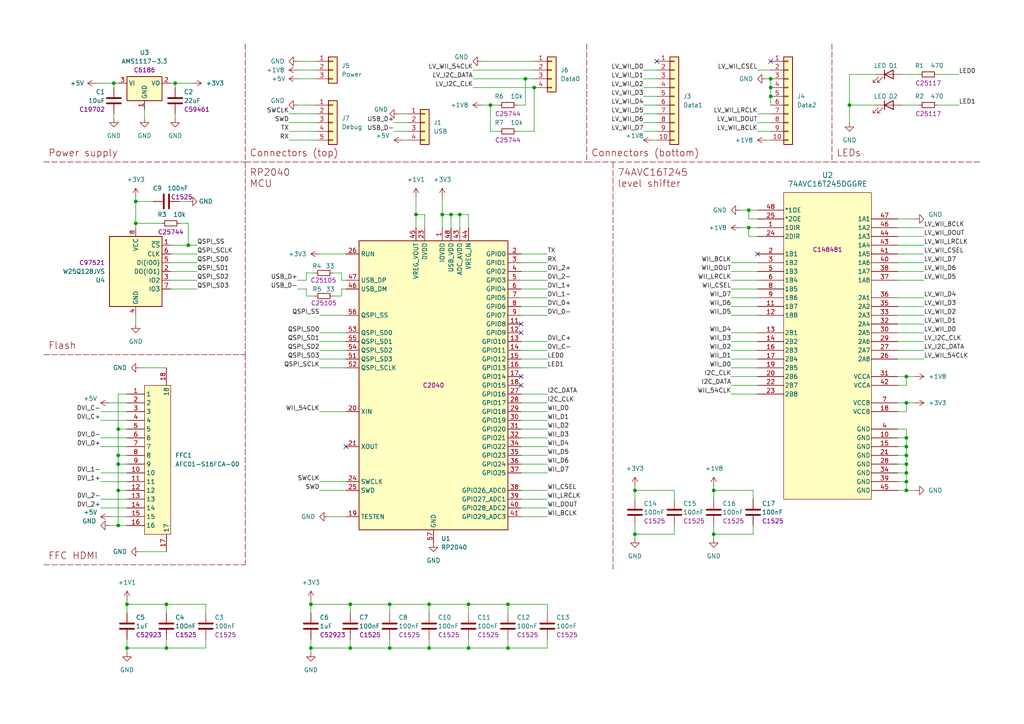
<source format=kicad_sch>
(kicad_sch (version 20230121) (generator eeschema)
  (paper "A4")
  (title_block (title "picoAVE mainboard") (date "2024-04-30") (rev "01") (company "xtreme8000"))
  (junction (at 142.24 30.48))
  (junction (at 262.89 116.84))
  (junction (at 152.4 22.86))
  (junction (at 120.65 62.23))
  (junction (at 246.38 30.48))
  (junction (at 154.94 25.4))
  (junction (at 50.8 24.13))
  (junction (at 124.46 187.96))
  (junction (at 223.52 27.94))
  (junction (at 113.03 187.96))
  (junction (at 262.89 142.24))
  (junction (at 34.29 124.46))
  (junction (at 113.03 175.26))
  (junction (at 128.27 62.23))
  (junction (at 217.17 66.04))
  (junction (at 33.02 24.13))
  (junction (at 34.29 132.08))
  (junction (at 90.17 187.96))
  (junction (at 48.26 175.26))
  (junction (at 262.89 139.7))
  (junction (at 48.26 187.96))
  (junction (at 34.29 142.24))
  (junction (at 262.89 132.08))
  (junction (at 34.29 134.62))
  (junction (at 39.37 64.77))
  (junction (at 262.89 129.54))
  (junction (at 101.6 187.96))
  (junction (at 147.32 175.26))
  (junction (at 223.52 25.4))
  (junction (at 135.89 175.26))
  (junction (at 36.83 187.96))
  (junction (at 147.32 187.96))
  (junction (at 262.89 109.22))
  (junction (at 36.83 175.26))
  (junction (at 133.35 62.23))
  (junction (at 39.37 58.42))
  (junction (at 184.15 142.24))
  (junction (at 262.89 127))
  (junction (at 101.6 175.26))
  (junction (at 135.89 187.96))
  (junction (at 207.01 142.24))
  (junction (at 34.29 152.4))
  (junction (at 262.89 134.62))
  (junction (at 207.01 154.94))
  (junction (at 54.61 71.12))
  (junction (at 130.81 62.23))
  (junction (at 223.52 22.86))
  (junction (at 217.17 60.96))
  (junction (at 262.89 137.16))
  (junction (at 124.46 175.26))
  (junction (at 184.15 154.94))
  (junction (at 90.17 175.26))
  (no_connect (at 151.13 109.22))
  (no_connect (at 219.71 73.66))
  (no_connect (at 151.13 111.76))
  (no_connect (at 223.52 17.78))
  (no_connect (at 190.5 17.78))
  (no_connect (at 151.13 96.52))
  (no_connect (at 151.13 93.98))
  (no_connect (at 100.33 129.54))
  (wire (pts (xy 88.8388 79.1754) (xy 91.3788 79.1754)))
  (wire (pts (xy 151.13 149.86) (xy 158.75 149.86)))
  (polyline (pts (xy 12.7 46.99) (xy 71.12 46.99)) (stroke (width 0) (type dash) (color 132 0 0 1)))
  (wire (pts (xy 223.52 22.86) (xy 222.25 22.86)))
  (wire (pts (xy 142.24 30.48) (xy 142.24 38.1)))
  (wire (pts (xy 260.35 99.06) (xy 267.97 99.06)))
  (wire (pts (xy 151.13 137.16) (xy 158.75 137.16)))
  (wire (pts (xy 260.35 129.54) (xy 262.89 129.54)))
  (wire (pts (xy 262.89 139.7) (xy 262.89 142.24)))
  (wire (pts (xy 260.35 68.58) (xy 267.97 68.58)))
  (wire (pts (xy 184.15 154.94) (xy 184.15 156.21)))
  (wire (pts (xy 147.32 187.96) (xy 158.75 187.96)))
  (wire (pts (xy 39.37 93.98) (xy 39.37 91.44)))
  (wire (pts (xy 50.8 24.13) (xy 55.88 24.13)))
  (wire (pts (xy 133.35 62.23) (xy 133.35 66.04)))
  (wire (pts (xy 154.94 25.4) (xy 137.16 25.4)))
  (wire (pts (xy 262.89 142.24) (xy 265.43 142.24)))
  (wire (pts (xy 49.53 76.2) (xy 57.15 76.2)))
  (wire (pts (xy 40.64 160.02) (xy 48.26 160.02)))
  (wire (pts (xy 152.4 30.48) (xy 152.4 22.86)))
  (wire (pts (xy 195.58 144.78) (xy 195.58 142.24)))
  (wire (pts (xy 219.71 88.9) (xy 212.09 88.9)))
  (wire (pts (xy 50.8 34.29) (xy 50.8 33.02)))
  (wire (pts (xy 158.75 177.8) (xy 158.75 175.26)))
  (wire (pts (xy 46.99 64.77) (xy 39.37 64.77)))
  (wire (pts (xy 135.89 175.26) (xy 124.46 175.26)))
  (wire (pts (xy 260.35 101.6) (xy 267.97 101.6)))
  (wire (pts (xy 101.6 187.96) (xy 101.6 185.42)))
  (wire (pts (xy 195.58 142.24) (xy 184.15 142.24)))
  (wire (pts (xy 124.46 177.8) (xy 124.46 175.26)))
  (wire (pts (xy 49.53 81.28) (xy 57.15 81.28)))
  (wire (pts (xy 217.17 66.04) (xy 214.63 66.04)))
  (wire (pts (xy 151.13 129.54) (xy 158.75 129.54)))
  (wire (pts (xy 262.89 137.16) (xy 262.89 139.7)))
  (wire (pts (xy 151.13 121.92) (xy 158.75 121.92)))
  (wire (pts (xy 36.83 187.96) (xy 48.26 187.96)))
  (wire (pts (xy 99.06 79.1754) (xy 99.06 81.28)))
  (wire (pts (xy 219.71 111.76) (xy 212.09 111.76)))
  (wire (pts (xy 90.17 187.96) (xy 90.17 189.23)))
  (wire (pts (xy 39.37 64.77) (xy 39.37 66.04)))
  (wire (pts (xy 113.03 175.26) (xy 101.6 175.26)))
  (wire (pts (xy 124.46 187.96) (xy 124.46 185.42)))
  (wire (pts (xy 184.15 152.4) (xy 184.15 154.94)))
  (wire (pts (xy 151.13 116.84) (xy 158.75 116.84)))
  (wire (pts (xy 186.69 30.48) (xy 190.5 30.48)))
  (wire (pts (xy 219.71 63.5) (xy 217.17 63.5)))
  (polyline (pts (xy 71.12 46.99) (xy 71.12 102.87)) (stroke (width 0) (type dash) (color 132 0 0 1)))
  (wire (pts (xy 195.58 154.94) (xy 195.58 152.4)))
  (wire (pts (xy 100.33 96.52) (xy 92.71 96.52)))
  (wire (pts (xy 48.26 187.96) (xy 59.69 187.96)))
  (polyline (pts (xy 71.12 46.99) (xy 170.18 46.99)) (stroke (width 0) (type dash) (color 132 0 0 1)))
  (wire (pts (xy 219.71 101.6) (xy 212.09 101.6)))
  (wire (pts (xy 158.75 187.96) (xy 158.75 185.42)))
  (wire (pts (xy 260.35 66.04) (xy 267.97 66.04)))
  (wire (pts (xy 186.69 33.02) (xy 190.5 33.02)))
  (wire (pts (xy 100.33 101.6) (xy 92.71 101.6)))
  (wire (pts (xy 260.35 137.16) (xy 262.89 137.16)))
  (wire (pts (xy 36.83 147.32) (xy 29.21 147.32)))
  (wire (pts (xy 260.35 71.12) (xy 267.97 71.12)))
  (wire (pts (xy 260.35 139.7) (xy 262.89 139.7)))
  (wire (pts (xy 186.69 35.56) (xy 190.5 35.56)))
  (wire (pts (xy 262.89 134.62) (xy 262.89 137.16)))
  (wire (pts (xy 223.52 30.48) (xy 223.52 27.94)))
  (wire (pts (xy 120.65 62.23) (xy 120.65 66.04)))
  (polyline (pts (xy 177.8 46.99) (xy 177.8 165.1)) (stroke (width 0) (type dash) (color 132 0 0 1)))
  (wire (pts (xy 260.35 111.76) (xy 262.89 111.76)))
  (wire (pts (xy 217.17 68.58) (xy 217.17 66.04)))
  (wire (pts (xy 144.78 38.1) (xy 142.24 38.1)))
  (wire (pts (xy 101.6 187.96) (xy 113.03 187.96)))
  (polyline (pts (xy 170.18 46.99) (xy 241.3 46.99)) (stroke (width 0) (type dash) (color 132 0 0 1)))
  (wire (pts (xy 124.46 187.96) (xy 135.89 187.96)))
  (wire (pts (xy 246.38 21.59) (xy 254 21.59)))
  (wire (pts (xy 154.94 20.32) (xy 137.16 20.32)))
  (wire (pts (xy 186.69 22.86) (xy 190.5 22.86)))
  (wire (pts (xy 100.33 119.38) (xy 92.71 119.38)))
  (wire (pts (xy 88.8844 85.8582) (xy 88.8844 83.82)))
  (wire (pts (xy 100.33 139.7) (xy 92.71 139.7)))
  (wire (pts (xy 151.13 101.6) (xy 158.75 101.6)))
  (wire (pts (xy 147.32 175.26) (xy 135.89 175.26)))
  (wire (pts (xy 207.01 154.94) (xy 218.44 154.94)))
  (wire (pts (xy 262.89 109.22) (xy 265.43 109.22)))
  (wire (pts (xy 219.71 20.32) (xy 223.52 20.32)))
  (wire (pts (xy 217.17 60.96) (xy 214.63 60.96)))
  (wire (pts (xy 151.13 83.82) (xy 158.75 83.82)))
  (wire (pts (xy 262.89 129.54) (xy 262.89 132.08)))
  (wire (pts (xy 36.83 129.54) (xy 29.21 129.54)))
  (wire (pts (xy 151.13 106.68) (xy 158.75 106.68)))
  (wire (pts (xy 219.71 68.58) (xy 217.17 68.58)))
  (wire (pts (xy 260.35 134.62) (xy 262.89 134.62)))
  (wire (pts (xy 91.44 35.56) (xy 83.82 35.56)))
  (wire (pts (xy 219.71 38.1) (xy 223.52 38.1)))
  (wire (pts (xy 261.62 21.59) (xy 266.7 21.59)))
  (wire (pts (xy 219.71 104.14) (xy 212.09 104.14)))
  (wire (pts (xy 217.17 60.96) (xy 217.17 63.5)))
  (wire (pts (xy 100.33 91.44) (xy 92.71 91.44)))
  (wire (pts (xy 101.6 177.8) (xy 101.6 175.26)))
  (wire (pts (xy 36.83 132.08) (xy 34.29 132.08)))
  (wire (pts (xy 260.35 73.66) (xy 267.97 73.66)))
  (wire (pts (xy 36.83 139.7) (xy 29.21 139.7)))
  (wire (pts (xy 34.29 24.13) (xy 33.02 24.13)))
  (polyline (pts (xy 71.12 102.87) (xy 71.12 163.83)) (stroke (width 0) (type dash) (color 132 0 0 1)))
  (wire (pts (xy 49.53 24.13) (xy 50.8 24.13)))
  (wire (pts (xy 34.29 134.62) (xy 34.29 132.08)))
  (wire (pts (xy 36.83 114.3) (xy 34.29 114.3)))
  (wire (pts (xy 118.11 38.1) (xy 114.3 38.1)))
  (wire (pts (xy 219.71 35.56) (xy 223.52 35.56)))
  (wire (pts (xy 260.35 116.84) (xy 262.89 116.84)))
  (wire (pts (xy 260.35 127) (xy 262.89 127)))
  (wire (pts (xy 36.83 173.99) (xy 36.83 175.26)))
  (wire (pts (xy 130.81 62.23) (xy 130.81 66.04)))
  (wire (pts (xy 260.35 142.24) (xy 262.89 142.24)))
  (wire (pts (xy 36.83 127) (xy 29.21 127)))
  (wire (pts (xy 260.35 96.52) (xy 267.97 96.52)))
  (wire (pts (xy 118.11 35.56) (xy 114.3 35.56)))
  (wire (pts (xy 99.06 81.28) (xy 100.33 81.28)))
  (wire (pts (xy 260.35 63.5) (xy 265.43 63.5)))
  (wire (pts (xy 219.71 81.28) (xy 212.09 81.28)))
  (wire (pts (xy 262.89 111.76) (xy 262.89 109.22)))
  (wire (pts (xy 142.24 30.48) (xy 144.78 30.48)))
  (wire (pts (xy 123.19 66.04) (xy 123.19 62.23)))
  (wire (pts (xy 219.71 33.02) (xy 223.52 33.02)))
  (wire (pts (xy 48.26 177.8) (xy 48.26 175.26)))
  (wire (pts (xy 147.32 177.8) (xy 147.32 175.26)))
  (wire (pts (xy 88.8844 85.8582) (xy 91.4244 85.8582)))
  (wire (pts (xy 49.53 73.66) (xy 57.15 73.66)))
  (wire (pts (xy 219.71 83.82) (xy 212.09 83.82)))
  (wire (pts (xy 219.71 86.36) (xy 212.09 86.36)))
  (wire (pts (xy 151.13 86.36) (xy 158.75 86.36)))
  (wire (pts (xy 36.83 144.78) (xy 29.21 144.78)))
  (wire (pts (xy 151.13 134.62) (xy 158.75 134.62)))
  (wire (pts (xy 133.35 62.23) (xy 135.89 62.23)))
  (polyline (pts (xy 12.7 163.83) (xy 71.12 163.83)) (stroke (width 0) (type dash) (color 132 0 0 1)))
  (wire (pts (xy 128.27 66.04) (xy 128.27 62.23)))
  (wire (pts (xy 40.64 106.68) (xy 48.26 106.68)))
  (wire (pts (xy 33.02 34.29) (xy 33.02 33.02)))
  (wire (pts (xy 49.53 78.74) (xy 57.15 78.74)))
  (wire (pts (xy 260.35 104.14) (xy 267.97 104.14)))
  (wire (pts (xy 36.83 124.46) (xy 34.29 124.46)))
  (wire (pts (xy 48.26 175.26) (xy 36.83 175.26)))
  (wire (pts (xy 91.44 38.1) (xy 83.82 38.1)))
  (wire (pts (xy 50.8 25.4) (xy 50.8 24.13)))
  (wire (pts (xy 207.01 144.78) (xy 207.01 142.24)))
  (wire (pts (xy 207.01 154.94) (xy 207.01 152.4)))
  (wire (pts (xy 219.71 106.68) (xy 212.09 106.68)))
  (wire (pts (xy 36.83 121.92) (xy 29.21 121.92)))
  (wire (pts (xy 260.35 81.28) (xy 267.97 81.28)))
  (wire (pts (xy 151.13 78.74) (xy 158.75 78.74)))
  (wire (pts (xy 260.35 124.46) (xy 262.89 124.46)))
  (wire (pts (xy 151.13 132.08) (xy 158.75 132.08)))
  (wire (pts (xy 99.06 85.8582) (xy 99.06 83.82)))
  (wire (pts (xy 218.44 144.78) (xy 218.44 142.24)))
  (wire (pts (xy 113.03 187.96) (xy 124.46 187.96)))
  (wire (pts (xy 151.13 144.78) (xy 158.75 144.78)))
  (wire (pts (xy 52.07 64.77) (xy 54.61 64.77)))
  (polyline (pts (xy 71.12 12.7) (xy 71.12 46.99)) (stroke (width 0) (type dash) (color 132 0 0 1)))
  (wire (pts (xy 36.83 119.38) (xy 29.21 119.38)))
  (wire (pts (xy 223.52 22.86) (xy 223.52 25.4)))
  (wire (pts (xy 151.13 76.2) (xy 158.75 76.2)))
  (wire (pts (xy 219.71 78.74) (xy 212.09 78.74)))
  (wire (pts (xy 96.5044 85.8582) (xy 99.06 85.8582)))
  (wire (pts (xy 260.35 132.08) (xy 262.89 132.08)))
  (wire (pts (xy 90.17 185.42) (xy 90.17 187.96)))
  (wire (pts (xy 137.16 22.86) (xy 152.4 22.86)))
  (wire (pts (xy 130.81 62.23) (xy 133.35 62.23)))
  (wire (pts (xy 271.78 30.48) (xy 278.13 30.48)))
  (polyline (pts (xy 241.3 12.7) (xy 241.3 46.99)) (stroke (width 0) (type dash) (color 132 0 0 1)))
  (wire (pts (xy 27.94 24.13) (xy 33.02 24.13)))
  (wire (pts (xy 222.25 40.64) (xy 223.52 40.64)))
  (wire (pts (xy 151.13 147.32) (xy 158.75 147.32)))
  (wire (pts (xy 186.69 25.4) (xy 190.5 25.4)))
  (wire (pts (xy 100.33 142.24) (xy 92.71 142.24)))
  (wire (pts (xy 113.03 177.8) (xy 113.03 175.26)))
  (wire (pts (xy 223.52 27.94) (xy 223.52 25.4)))
  (wire (pts (xy 260.35 86.36) (xy 267.97 86.36)))
  (wire (pts (xy 41.91 34.29) (xy 41.91 31.75)))
  (wire (pts (xy 34.29 142.24) (xy 36.83 142.24)))
  (wire (pts (xy 151.13 127) (xy 158.75 127)))
  (wire (pts (xy 219.71 114.3) (xy 212.09 114.3)))
  (wire (pts (xy 262.89 124.46) (xy 262.89 127)))
  (wire (pts (xy 149.86 30.48) (xy 152.4 30.48)))
  (wire (pts (xy 261.62 30.48) (xy 266.7 30.48)))
  (wire (pts (xy 260.35 91.44) (xy 267.97 91.44)))
  (wire (pts (xy 271.78 21.59) (xy 278.13 21.59)))
  (wire (pts (xy 260.35 78.74) (xy 267.97 78.74)))
  (wire (pts (xy 151.13 124.46) (xy 158.75 124.46)))
  (wire (pts (xy 54.61 71.12) (xy 57.15 71.12)))
  (wire (pts (xy 139.7 30.48) (xy 142.24 30.48)))
  (polyline (pts (xy 241.3 46.99) (xy 284.48 46.99)) (stroke (width 0) (type dash) (color 132 0 0 1)))
  (wire (pts (xy 44.45 58.42) (xy 39.37 58.42)))
  (wire (pts (xy 246.38 30.48) (xy 246.38 35.56)))
  (wire (pts (xy 246.38 21.59) (xy 246.38 30.48)))
  (wire (pts (xy 219.71 60.96) (xy 217.17 60.96)))
  (wire (pts (xy 151.13 142.24) (xy 158.75 142.24)))
  (wire (pts (xy 260.35 109.22) (xy 262.89 109.22)))
  (wire (pts (xy 219.71 96.52) (xy 212.09 96.52)))
  (wire (pts (xy 118.11 33.02) (xy 115.57 33.02)))
  (wire (pts (xy 186.69 20.32) (xy 190.5 20.32)))
  (wire (pts (xy 184.15 142.24) (xy 184.15 144.78)))
  (wire (pts (xy 246.38 30.48) (xy 254 30.48)))
  (wire (pts (xy 139.7 17.78) (xy 154.94 17.78)))
  (wire (pts (xy 149.86 38.1) (xy 154.94 38.1)))
  (wire (pts (xy 88.8388 79.1754) (xy 88.8388 81.28)))
  (wire (pts (xy 59.69 175.26) (xy 48.26 175.26)))
  (wire (pts (xy 86.36 20.32) (xy 91.44 20.32)))
  (wire (pts (xy 100.33 99.06) (xy 92.71 99.06)))
  (wire (pts (xy 113.03 187.96) (xy 113.03 185.42)))
  (wire (pts (xy 207.01 140.97) (xy 207.01 142.24)))
  (wire (pts (xy 91.44 33.02) (xy 83.82 33.02)))
  (wire (pts (xy 31.75 149.86) (xy 36.83 149.86)))
  (wire (pts (xy 100.33 106.68) (xy 92.71 106.68)))
  (wire (pts (xy 189.23 40.64) (xy 190.5 40.64)))
  (wire (pts (xy 116.84 40.64) (xy 118.11 40.64)))
  (wire (pts (xy 151.13 119.38) (xy 158.75 119.38)))
  (wire (pts (xy 86.36 22.86) (xy 91.44 22.86)))
  (wire (pts (xy 151.13 91.44) (xy 158.75 91.44)))
  (wire (pts (xy 33.02 25.4) (xy 33.02 24.13)))
  (wire (pts (xy 100.33 73.66) (xy 92.71 73.66)))
  (wire (pts (xy 90.17 187.96) (xy 101.6 187.96)))
  (wire (pts (xy 219.71 91.44) (xy 212.09 91.44)))
  (wire (pts (xy 260.35 76.2) (xy 267.97 76.2)))
  (wire (pts (xy 49.53 83.82) (xy 57.15 83.82)))
  (wire (pts (xy 52.07 58.42) (xy 54.61 58.42)))
  (wire (pts (xy 31.75 152.4) (xy 34.29 152.4)))
  (wire (pts (xy 31.75 116.84) (xy 36.83 116.84)))
  (wire (pts (xy 101.6 175.26) (xy 90.17 175.26)))
  (polyline (pts (xy 170.18 12.7) (xy 170.18 46.99)) (stroke (width 0) (type dash) (color 132 0 0 1)))
  (wire (pts (xy 186.69 27.94) (xy 190.5 27.94)))
  (wire (pts (xy 219.71 66.04) (xy 217.17 66.04)))
  (wire (pts (xy 151.13 81.28) (xy 158.75 81.28)))
  (wire (pts (xy 39.37 57.15) (xy 39.37 58.42)))
  (polyline (pts (xy 12.7 102.87) (xy 71.12 102.87)) (stroke (width 0) (type dash) (color 132 0 0 1)))
  (wire (pts (xy 219.71 76.2) (xy 212.09 76.2)))
  (wire (pts (xy 218.44 154.94) (xy 218.44 152.4)))
  (wire (pts (xy 90.17 173.99) (xy 90.17 175.26)))
  (wire (pts (xy 34.29 152.4) (xy 36.83 152.4)))
  (wire (pts (xy 207.01 156.21) (xy 207.01 154.94)))
  (wire (pts (xy 95.25 149.86) (xy 100.33 149.86)))
  (wire (pts (xy 262.89 119.38) (xy 262.89 116.84)))
  (wire (pts (xy 135.89 62.23) (xy 135.89 66.04)))
  (wire (pts (xy 147.32 187.96) (xy 147.32 185.42)))
  (wire (pts (xy 219.71 109.22) (xy 212.09 109.22)))
  (wire (pts (xy 100.33 104.14) (xy 92.71 104.14)))
  (wire (pts (xy 219.71 99.06) (xy 212.09 99.06)))
  (wire (pts (xy 99.06 83.82) (xy 100.33 83.82)))
  (wire (pts (xy 49.53 71.12) (xy 54.61 71.12)))
  (wire (pts (xy 151.13 99.06) (xy 158.75 99.06)))
  (wire (pts (xy 36.83 185.42) (xy 36.83 187.96)))
  (wire (pts (xy 260.35 93.98) (xy 267.97 93.98)))
  (wire (pts (xy 34.29 134.62) (xy 36.83 134.62)))
  (wire (pts (xy 260.35 88.9) (xy 267.97 88.9)))
  (wire (pts (xy 88.8844 83.82) (xy 86.36 83.82)))
  (wire (pts (xy 128.27 57.15) (xy 128.27 62.23)))
  (wire (pts (xy 34.29 124.46) (xy 34.29 132.08)))
  (wire (pts (xy 158.75 175.26) (xy 147.32 175.26)))
  (wire (pts (xy 86.36 17.78) (xy 91.44 17.78)))
  (wire (pts (xy 135.89 187.96) (xy 147.32 187.96)))
  (wire (pts (xy 184.15 154.94) (xy 195.58 154.94)))
  (wire (pts (xy 59.69 187.96) (xy 59.69 185.42)))
  (wire (pts (xy 262.89 127) (xy 262.89 129.54)))
  (wire (pts (xy 90.17 175.26) (xy 90.17 177.8)))
  (wire (pts (xy 120.65 57.15) (xy 120.65 62.23)))
  (wire (pts (xy 36.83 175.26) (xy 36.83 177.8)))
  (wire (pts (xy 154.94 38.1) (xy 154.94 25.4)))
  (wire (pts (xy 135.89 187.96) (xy 135.89 185.42)))
  (wire (pts (xy 151.13 88.9) (xy 158.75 88.9)))
  (wire (pts (xy 54.61 64.77) (xy 54.61 71.12)))
  (wire (pts (xy 135.89 177.8) (xy 135.89 175.26)))
  (wire (pts (xy 128.27 62.23) (xy 130.81 62.23)))
  (wire (pts (xy 186.69 38.1) (xy 190.5 38.1)))
  (wire (pts (xy 48.26 187.96) (xy 48.26 185.42)))
  (wire (pts (xy 151.13 104.14) (xy 158.75 104.14)))
  (wire (pts (xy 151.13 73.66) (xy 158.75 73.66)))
  (wire (pts (xy 36.83 137.16) (xy 29.21 137.16)))
  (wire (pts (xy 39.37 58.42) (xy 39.37 64.77)))
  (wire (pts (xy 262.89 116.84) (xy 265.43 116.84)))
  (wire (pts (xy 34.29 124.46) (xy 34.29 114.3)))
  (wire (pts (xy 260.35 119.38) (xy 262.89 119.38)))
  (wire (pts (xy 88.8388 81.28) (xy 86.36 81.28)))
  (wire (pts (xy 123.19 62.23) (xy 120.65 62.23)))
  (wire (pts (xy 207.01 142.24) (xy 218.44 142.24)))
  (wire (pts (xy 34.29 142.24) (xy 34.29 134.62)))
  (wire (pts (xy 184.15 140.97) (xy 184.15 142.24)))
  (wire (pts (xy 36.83 187.96) (xy 36.83 189.23)))
  (wire (pts (xy 262.89 132.08) (xy 262.89 134.62)))
  (wire (pts (xy 151.13 114.3) (xy 158.75 114.3)))
  (wire (pts (xy 86.36 30.48) (xy 91.44 30.48)))
  (wire (pts (xy 59.69 177.8) (xy 59.69 175.26)))
  (wire (pts (xy 96.4588 79.1754) (xy 99.06 79.1754)))
  (wire (pts (xy 91.44 40.64) (xy 83.82 40.64)))
  (wire (pts (xy 152.4 22.86) (xy 154.94 22.86)))
  (wire (pts (xy 34.29 152.4) (xy 34.29 142.24)))
  (wire (pts (xy 113.03 175.26) (xy 124.46 175.26)))
  (text "Flash" (at 13.97 101.6 0) (effects (font (size 2 2)) (justify left bottom)))
  (text "Connectors (bottom)" (at 171.45 45.72 0) (effects (font (size 2 2)) (justify left bottom)))
  (text "FFC HDMI" (at 13.97 162.56 0) (effects (font (size 2 2)) (justify left bottom)))
  (text "LEDs" (at 242.57 45.72 0) (effects (font (size 2 2)) (justify left bottom)))
  (text "Power supply" (at 13.97 45.72 0) (effects (font (size 2 2)) (justify left bottom)))
  (text "Connectors (top)" (at 72.39 45.72 0) (effects (font (size 2 2)) (justify left bottom)))
  (text "RP2040\nMCU" (at 72.39 54.61 0) (effects (font (size 2 2)) (justify left bottom)))
  (text "74AVC16T245\nlevel shifter" (at 179.07 54.61 0) (effects (font (size 2 2)) (justify left bottom)))
  (label "LED1" (at 278.13 30.48 0))
  (label "LV_WII_D6" (at 267.97 78.74 0))
  (label "WII_DOUT" (at 158.75 147.32 0))
  (label "LV_WII_D5" (at 186.69 33.02 180))
  (label "QSPI_SD2" (at 57.15 81.28 0))
  (label "LV_WII_CSEL" (at 267.97 73.66 0))
  (label "WII_CSEL" (at 158.75 142.24 0))
  (label "LV_I2C_CLK" (at 137.16 25.4 180))
  (label "DVI_2-" (at 158.75 81.28 0))
  (label "LV_WII_D1" (at 186.69 22.86 180))
  (label "LV_WII_D4" (at 267.97 86.36 0))
  (label "LV_WII_54CLK" (at 267.97 104.14 0))
  (label "QSPI_SCLK" (at 92.71 106.68 180))
  (label "LV_WII_D2" (at 186.69 25.4 180))
  (label "LV_WII_LRCLK" (at 267.97 71.12 0))
  (label "QSPI_SCLK" (at 57.15 73.66 0))
  (label "LV_WII_D3" (at 186.69 27.94 180))
  (label "LV_I2C_CLK" (at 267.97 99.06 0))
  (label "TX" (at 83.82 38.1 180))
  (label "LV_WII_D4" (at 186.69 30.48 180))
  (label "I2C_CLK" (at 212.09 109.22 180))
  (label "TX" (at 158.75 73.66 0))
  (label "WII_54CLK" (at 92.71 119.38 180))
  (label "DVI_1+" (at 158.75 83.82 0))
  (label "LV_WII_CSEL" (at 219.71 20.32 180))
  (label "DVI_0+" (at 29.21 129.54 180))
  (label "LV_WII_D3" (at 267.97 88.9 0))
  (label "WII_D4" (at 212.09 96.52 180))
  (label "WII_D6" (at 212.09 88.9 180))
  (label "LV_WII_BCLK" (at 267.97 66.04 0))
  (label "DVI_0-" (at 29.21 127 180))
  (label "LV_WII_BCLK" (at 219.71 38.1 180))
  (label "DVI_1+" (at 29.21 139.7 180))
  (label "LV_WII_D1" (at 267.97 93.98 0))
  (label "WII_D3" (at 158.75 127 0))
  (label "WII_D3" (at 212.09 99.06 180))
  (label "LV_WII_D0" (at 186.69 20.32 180))
  (label "WII_D7" (at 158.75 137.16 0))
  (label "DVI_2+" (at 29.21 147.32 180))
  (label "WII_CSEL" (at 212.09 83.82 180))
  (label "LED0" (at 278.13 21.59 0))
  (label "LV_WII_D2" (at 267.97 91.44 0))
  (label "I2C_DATA" (at 158.75 114.3 0))
  (label "RX" (at 83.82 40.64 180))
  (label "WII_54CLK" (at 212.09 114.3 180))
  (label "DVI_1-" (at 29.21 137.16 180))
  (label "LV_WII_D7" (at 267.97 76.2 0))
  (label "SWD" (at 83.82 35.56 180))
  (label "QSPI_SS" (at 92.71 91.44 180))
  (label "WII_D0" (at 212.09 106.68 180))
  (label "DVI_0+" (at 158.75 88.9 0))
  (label "I2C_DATA" (at 212.09 111.76 180))
  (label "WII_DOUT" (at 212.09 78.74 180))
  (label "SWCLK" (at 83.82 33.02 180))
  (label "LV_WII_54CLK" (at 137.16 20.32 180))
  (label "LV_WII_D7" (at 186.69 38.1 180))
  (label "QSPI_SD2" (at 92.71 101.6 180))
  (label "QSPI_SD1" (at 57.15 78.74 0))
  (label "I2C_CLK" (at 158.75 116.84 0))
  (label "DVI_C-" (at 29.21 119.38 180))
  (label "QSPI_SD3" (at 57.15 83.82 0))
  (label "QSPI_SD3" (at 92.71 104.14 180))
  (label "WII_BCLK" (at 212.09 76.2 180))
  (label "USB_D+" (at 86.36 81.28 180))
  (label "WII_D4" (at 158.75 129.54 0))
  (label "LV_WII_D0" (at 267.97 96.52 0))
  (label "LV_I2C_DATA" (at 137.16 22.86 180))
  (label "LED0" (at 158.75 104.14 0))
  (label "WII_D5" (at 212.09 91.44 180))
  (label "DVI_C-" (at 158.75 101.6 0))
  (label "WII_D0" (at 158.75 119.38 0))
  (label "LV_I2C_DATA" (at 267.97 101.6 0))
  (label "WII_D5" (at 158.75 132.08 0))
  (label "DVI_1-" (at 158.75 86.36 0))
  (label "SWCLK" (at 92.71 139.7 180))
  (label "WII_D2" (at 158.75 124.46 0))
  (label "USB_D-" (at 114.3 38.1 180))
  (label "QSPI_SD0" (at 57.15 76.2 0))
  (label "WII_D7" (at 212.09 86.36 180))
  (label "LV_WII_D6" (at 186.69 35.56 180))
  (label "QSPI_SD0" (at 92.71 96.52 180))
  (label "LV_WII_LRCLK" (at 219.71 33.02 180))
  (label "WII_BCLK" (at 158.75 149.86 0))
  (label "QSPI_SS" (at 57.15 71.12 0))
  (label "RX" (at 158.75 76.2 0))
  (label "DVI_C+" (at 29.21 121.92 180))
  (label "SWD" (at 92.71 142.24 180))
  (label "LV_WII_DOUT" (at 219.71 35.56 180))
  (label "WII_D1" (at 212.09 104.14 180))
  (label "LV_WII_D5" (at 267.97 81.28 0))
  (label "QSPI_SD1" (at 92.71 99.06 180))
  (label "USB_D+" (at 114.3 35.56 180))
  (label "DVI_2+" (at 158.75 78.74 0))
  (label "LED1" (at 158.75 106.68 0))
  (label "USB_D-" (at 86.36 83.82 180))
  (label "LV_WII_DOUT" (at 267.97 68.58 0))
  (label "WII_LRCLK" (at 158.75 144.78 0))
  (label "DVI_2-" (at 29.21 144.78 180))
  (label "WII_D6" (at 158.75 134.62 0))
  (label "DVI_0-" (at 158.75 91.44 0))
  (label "WII_LRCLK" (at 212.09 81.28 180))
  (label "WII_D2" (at 212.09 101.6 180))
  (label "WII_D1" (at 158.75 121.92 0))
  (label "DVI_C+" (at 158.75 99.06 0))
  (symbol (lib_id "power:GND") (at 50.8 34.29 0) (unit 1)
    (property "Reference" "#PWR024" (effects hide))
    (property "Value" "GND" (at 50.8 39.37 0))
  )
  (symbol (lib_id "Device:C") (at 135.89 181.61 0) (unit 1)
    (property "Reference" "C11" (at 138.43 179.07 0) (effects (justify left)))
    (property "Value" "100nF" (at 138.43 181.61 0) (effects (justify left)))
    (property "Footprint" "Capacitor_SMD:C_0402_1005Metric" (effects hide))
    (property "JLC Part" "C1525" (at 138.43 184.15 0) (effects (justify left)))
  )
  (symbol (lib_id "power:+3V3") (at 128.27 57.15 0) (unit 1)
    (property "Reference" "#PWR09" (effects hide))
    (property "Value" "+3V3" (at 128.27 52.07 0))
  )
  (symbol (lib_id "Device:C") (at 59.69 181.61 0) (unit 1)
    (property "Reference" "C3" (at 62.23 179.07 0) (effects (justify left)))
    (property "Value" "100nF" (at 62.23 181.61 0) (effects (justify left)))
    (property "Footprint" "Capacitor_SMD:C_0402_1005Metric" (effects hide))
    (property "JLC Part" "C1525" (at 62.23 184.15 0) (effects (justify left)))
  )
  (symbol (lib_id "Device:R_Small") (at 147.32 38.1 90) (unit 1)
    (property "Reference" "R7" (at 144.78 35.56 90))
    (property "Value" "10k" (at 149.86 35.56 90))
    (property "Footprint" "Resistor_SMD:R_0402_1005Metric" (effects hide))
    (property "JLC Part" "C25744" (at 147.32 40.64 90))
  )
  (symbol (lib_id "Device:C") (at 48.26 181.61 0) (unit 1)
    (property "Reference" "C4" (at 50.8 179.07 0) (effects (justify left)))
    (property "Value" "100nF" (at 50.8 181.61 0) (effects (justify left)))
    (property "Footprint" "Capacitor_SMD:C_0402_1005Metric" (effects hide))
    (property "JLC Part" "C1525" (at 50.8 184.15 0) (effects (justify left)))
  )
  (symbol (lib_id "power:+3V3") (at 55.88 24.13 270) (unit 1)
    (property "Reference" "#PWR025" (effects hide))
    (property "Value" "+3V3" (at 59.69 24.13 90) (effects (justify left)))
  )
  (symbol (lib_id "Device:LED") (at 257.81 30.48 0) (unit 1)
    (property "Reference" "D2" (at 259.08 27.94 0))
    (property "Value" "LED" (at 255.27 27.94 0))
    (property "Footprint" "library:LED_0603_1608Metric_plus" (effects hide))
    (property "JLC Part" "C2286" (effects hide))
  )
  (symbol (lib_id "power:+3V3") (at 90.17 173.99 0) (unit 1)
    (property "Reference" "#PWR029" (effects hide))
    (property "Value" "+3V3" (at 90.17 168.91 0))
  )
  (symbol (lib_id "Device:C") (at 50.8 29.21 0) (unit 1)
    (property "Reference" "C2" (at 53.34 26.67 0) (effects (justify left)))
    (property "Value" "22uF" (at 53.34 29.21 0) (effects (justify left)))
    (property "Footprint" "Capacitor_SMD:C_0603_1608Metric" (effects hide))
    (property "JLC Part" "C59461" (at 53.34 31.75 0) (effects (justify left)))
  )
  (symbol (lib_id "Connector_Generic:Conn_01x10") (at 228.6 27.94 0) (unit 1) (in_bom no)
    (property "Reference" "J4" (at 231.14 27.94 0) (effects (justify left)))
    (property "Value" "Data2" (at 231.14 30.48 0) (effects (justify left)))
    (property "Footprint" "Connector_PinHeader_2.54mm:PinHeader_1x10_P2.54mm_Vertical" (effects hide))
  )
  (symbol (lib_id "power:GND") (at 33.02 34.29 0) (unit 1)
    (property "Reference" "#PWR022" (effects hide))
    (property "Value" "GND" (at 33.02 39.37 0))
  )
  (symbol (lib_id "power:GND") (at 139.7 17.78 270) (unit 1)
    (property "Reference" "#PWR032" (effects hide))
    (property "Value" "GND" (at 135.89 16.51 90) (effects (justify right)))
  )
  (symbol (lib_id "power:GND") (at 86.36 30.48 270) (mirror x) (unit 1)
    (property "Reference" "#PWR037" (effects hide))
    (property "Value" "GND" (at 82.55 29.21 90) (effects (justify right)))
  )
  (symbol (lib_id "power:GND") (at 54.61 58.42 90) (mirror x) (unit 1)
    (property "Reference" "#PWR031" (effects hide))
    (property "Value" "GND" (at 59.69 58.42 90))
  )
  (symbol (lib_id "power:GND") (at 207.01 156.21 0) (unit 1)
    (property "Reference" "#PWR036" (effects hide))
    (property "Value" "GND" (at 207.01 161.29 0))
  )
  (symbol (lib_id "power:+5V") (at 31.75 149.86 90) (mirror x) (unit 1)
    (property "Reference" "#PWR042" (effects hide))
    (property "Value" "+5V" (at 24.13 148.59 90) (effects (justify right)))
  )
  (symbol (lib_id "74AVC16T245DGGRE4:74AVC16T245DGGRE4") (at 219.71 60.96 0) (unit 1)
    (property "Reference" "U2" (at 240.03 50.8 0) (effects (font (size 1.524 1.524))))
    (property "Value" "74AVC16T245DGGRE" (at 240.03 53.34 0) (effects (font (size 1.524 1.524))))
    (property "Footprint" "library:DGG48" (effects hide))
    (property "Datasheet" "74AVC16T245DGGRE4" (effects hide))
    (property "JLCPCB Rotation Offset" "-90" (effects hide))
    (property "JLC Part" "C148481" (at 240.03 72.39 0))
  )
  (symbol (lib_id "power:GND") (at 41.91 34.29 0) (unit 1)
    (property "Reference" "#PWR023" (effects hide))
    (property "Value" "GND" (at 41.91 39.37 0))
  )
  (symbol (lib_id "power:+3V3") (at 265.43 116.84 270) (unit 1)
    (property "Reference" "#PWR016" (effects hide))
    (property "Value" "+3V3" (at 269.24 116.84 90) (effects (justify left)))
  )
  (symbol (lib_id "Device:C") (at 195.58 148.59 0) (unit 1)
    (property "Reference" "C15" (at 198.12 146.05 0) (effects (justify left)))
    (property "Value" "100nF" (at 198.12 148.59 0) (effects (justify left)))
    (property "Footprint" "Capacitor_SMD:C_0402_1005Metric" (effects hide))
    (property "JLC Part" "C1525" (at 198.12 151.13 0) (effects (justify left)))
  )
  (symbol (lib_id "power:+1V8") (at 265.43 109.22 270) (mirror x) (unit 1)
    (property "Reference" "#PWR015" (effects hide))
    (property "Value" "+1V8" (at 269.24 109.22 90) (effects (justify left)))
  )
  (symbol (lib_id "power:GND") (at 265.43 142.24 90) (unit 1)
    (property "Reference" "#PWR017" (effects hide))
    (property "Value" "GND" (at 269.24 142.24 90) (effects (justify right)))
  )
  (symbol (lib_id "Device:C") (at 124.46 181.61 0) (unit 1)
    (property "Reference" "C10" (at 127 179.07 0) (effects (justify left)))
    (property "Value" "100nF" (at 127 181.61 0) (effects (justify left)))
    (property "Footprint" "Capacitor_SMD:C_0402_1005Metric" (effects hide))
    (property "JLC Part" "C1525" (at 127 184.15 0) (effects (justify left)))
  )
  (symbol (lib_id "power:+1V8") (at 139.7 30.48 90) (unit 1)
    (property "Reference" "#PWR044" (effects hide))
    (property "Value" "+1V8" (at 135.89 30.48 90) (effects (justify left)))
  )
  (symbol (lib_id "power:GND") (at 90.17 189.23 0) (unit 1)
    (property "Reference" "#PWR030" (effects hide))
    (property "Value" "GND" (at 90.17 194.31 0))
  )
  (symbol (lib_id "power:GND") (at 125.73 157.48 0) (unit 1)
    (property "Reference" "#PWR01" (effects hide))
    (property "Value" "GND" (at 125.73 162.56 0))
  )
  (symbol (lib_id "Device:C") (at 48.26 58.42 90) (unit 1)
    (property "Reference" "C9" (at 46.99 54.61 90) (effects (justify left)))
    (property "Value" "100nF" (at 54.61 54.61 90) (effects (justify left)))
    (property "Footprint" "Capacitor_SMD:C_0402_1005Metric" (effects hide))
    (property "JLC Part" "C1525" (at 55.88 57.15 90) (effects (justify left)))
  )
  (symbol (lib_id "power:+1V8") (at 222.25 40.64 90) (unit 1)
    (property "Reference" "#PWR014" (effects hide))
    (property "Value" "+1V8" (at 218.44 40.64 90) (effects (justify left)))
  )
  (symbol (lib_id "power:+1V1") (at 36.83 173.99 0) (unit 1)
    (property "Reference" "#PWR027" (effects hide))
    (property "Value" "+1V1" (at 36.83 168.91 0))
  )
  (symbol (lib_id "power:GND") (at 36.83 189.23 0) (unit 1)
    (property "Reference" "#PWR028" (effects hide))
    (property "Value" "GND" (at 36.83 194.31 0))
  )
  (symbol (lib_id "power:+3V3") (at 39.37 57.15 0) (mirror y) (unit 1)
    (property "Reference" "#PWR08" (effects hide))
    (property "Value" "+3V3" (at 39.37 52.07 0))
  )
  (symbol (lib_id "power:GND") (at 40.64 106.68 270) (unit 1)
    (property "Reference" "#PWR039" (effects hide))
    (property "Value" "GND" (at 36.83 106.68 90) (effects (justify right)))
  )
  (symbol (lib_id "Device:R_Small") (at 93.9188 79.1754 90) (unit 1)
    (property "Reference" "R4" (at 91.8911 77.1699 90))
    (property "Value" "33" (at 95.7011 77.1699 90))
    (property "Footprint" "Resistor_SMD:R_0402_1005Metric" (effects hide))
    (property "JLC Part" "C25105" (at 93.8093 81.3082 90))
  )
  (symbol (lib_id "power:+5V") (at 27.94 24.13 90) (unit 1)
    (property "Reference" "#PWR06" (effects hide))
    (property "Value" "+5V" (at 20.32 24.13 90) (effects (justify right)))
  )
  (symbol (lib_id "Device:C") (at 207.01 148.59 0) (unit 1)
    (property "Reference" "C16" (at 209.55 146.05 0) (effects (justify left)))
    (property "Value" "100nF" (at 209.55 148.59 0) (effects (justify left)))
    (property "Footprint" "Capacitor_SMD:C_0402_1005Metric" (effects hide))
    (property "JLC Part" "C1525" (at 209.55 151.13 0) (effects (justify left)))
  )
  (symbol (lib_id "Device:C") (at 158.75 181.61 0) (unit 1)
    (property "Reference" "C13" (at 161.29 179.07 0) (effects (justify left)))
    (property "Value" "100nF" (at 161.29 181.61 0) (effects (justify left)))
    (property "Footprint" "Capacitor_SMD:C_0402_1005Metric" (effects hide))
    (property "JLC Part" "C1525" (at 161.29 184.15 0) (effects (justify left)))
  )
  (symbol (lib_id "power:GND") (at 265.43 63.5 90) (unit 1)
    (property "Reference" "#PWR018" (effects hide))
    (property "Value" "GND" (at 269.24 62.23 90) (effects (justify right)))
  )
  (symbol (lib_id "Connector_Generic:Conn_01x04") (at 160.02 20.32 0) (unit 1) (in_bom no)
    (property "Reference" "J6" (at 162.56 20.32 0) (effects (justify left)))
    (property "Value" "Data0" (at 162.56 22.86 0) (effects (justify left)))
    (property "Footprint" "Connector_PinHeader_2.54mm:PinHeader_1x04_P2.54mm_Vertical" (effects hide))
  )
  (symbol (lib_id "power:+1V8") (at 207.01 140.97 0) (unit 1)
    (property "Reference" "#PWR035" (effects hide))
    (property "Value" "+1V8" (at 204.47 135.89 0) (effects (justify left)))
  )
  (symbol (lib_id "Device:R_Small") (at 269.24 21.59 90) (unit 1)
    (property "Reference" "R1" (at 266.7 19.05 90))
    (property "Value" "470" (at 271.78 19.05 90))
    (property "Footprint" "Resistor_SMD:R_0402_1005Metric" (effects hide))
    (property "JLC Part" "C25117" (at 269.24 24.13 90))
  )
  (symbol (lib_id "power:GND") (at 214.63 60.96 270) (mirror x) (unit 1)
    (property "Reference" "#PWR019" (effects hide))
    (property "Value" "GND" (at 210.82 60.96 90) (effects (justify right)))
  )
  (symbol (lib_id "power:GND") (at 31.75 152.4 270) (mirror x) (unit 1)
    (property "Reference" "#PWR03" (effects hide))
    (property "Value" "GND" (at 27.94 151.13 90) (effects (justify right)))
  )
  (symbol (lib_id "Regulator_Linear:AMS1117-3.3") (at 41.91 24.13 0) (unit 1)
    (property "Reference" "U3" (at 41.91 15.24 0))
    (property "Value" "AMS1117-3.3" (at 41.91 17.78 0))
    (property "Footprint" "Package_TO_SOT_SMD:SOT-223-3_TabPin2" (effects hide))
    (property "Datasheet" "http://www.advanced-monolithic.com/pdf/ds1117.pdf" (effects hide))
    (property "JLC Part" "C6186" (at 41.91 20.32 0))
  )
  (symbol (lib_id "Connector_Generic:Conn_01x03") (at 96.52 20.32 0) (unit 1) (in_bom no)
    (property "Reference" "J5" (at 99.06 19.05 0) (effects (justify left)))
    (property "Value" "Power" (at 99.06 21.59 0) (effects (justify left)))
    (property "Footprint" "Connector_PinHeader_2.54mm:PinHeader_1x03_P2.54mm_Vertical" (effects hide))
  )
  (symbol (lib_id "power:GND") (at 39.37 93.98 0) (mirror y) (unit 1)
    (property "Reference" "#PWR07" (effects hide))
    (property "Value" "GND" (at 39.37 99.06 0))
  )
  (symbol (lib_id "power:GND") (at 184.15 156.21 0) (unit 1)
    (property "Reference" "#PWR034" (effects hide))
    (property "Value" "GND" (at 184.15 161.29 0))
  )
  (symbol (lib_id "Device:C") (at 101.6 181.61 0) (unit 1)
    (property "Reference" "C7" (at 104.14 179.07 0) (effects (justify left)))
    (property "Value" "100nF" (at 104.14 181.61 0) (effects (justify left)))
    (property "Footprint" "Capacitor_SMD:C_0402_1005Metric" (effects hide))
    (property "JLC Part" "C1525" (at 104.14 184.15 0) (effects (justify left)))
  )
  (symbol (lib_id "power:GND") (at 246.38 35.56 0) (unit 1)
    (property "Reference" "#PWR04" (effects hide))
    (property "Value" "GND" (at 246.38 40.64 0))
  )
  (symbol (lib_id "easyeda2kicad:AFC01-S16FCA-00") (at 43.18 133.35 0) (unit 1)
    (property "Reference" "FFC1" (at 50.8 132.08 0) (effects (justify left)))
    (property "Value" "AFC01-S16FCA-00" (at 50.8 134.62 0) (effects (justify left)))
    (property "Footprint" "easyeda2kicad:FPC-SMD_P0.50-16P_FGS-XJ-H2.0" (effects hide))
    (property "Datasheet" "https://lcsc.com/product-detail/Others_JUSHUO-AFC01-S16FCA-00_C262665.html" (effects hide))
    (property "LCSC Part" "C262665" (effects hide))
  )
  (symbol (lib_id "power:+3V3") (at 184.15 140.97 0) (unit 1)
    (property "Reference" "#PWR033" (effects hide))
    (property "Value" "+3V3" (at 184.15 135.89 0))
  )
  (symbol (lib_id "Device:C") (at 184.15 148.59 0) (unit 1)
    (property "Reference" "C14" (at 186.69 146.05 0) (effects (justify left)))
    (property "Value" "100nF" (at 186.69 148.59 0) (effects (justify left)))
    (property "Footprint" "Capacitor_SMD:C_0402_1005Metric" (effects hide))
    (property "JLC Part" "C1525" (at 186.69 151.13 0) (effects (justify left)))
  )
  (symbol (lib_id "power:+1V8") (at 214.63 66.04 90) (unit 1)
    (property "Reference" "#PWR020" (effects hide))
    (property "Value" "+1V8" (at 210.82 66.04 90) (effects (justify left)))
  )
  (symbol (lib_id "power:+1V8") (at 189.23 40.64 90) (unit 1)
    (property "Reference" "#PWR011" (effects hide))
    (property "Value" "+1V8" (at 186.69 39.37 90) (effects (justify left)))
  )
  (symbol (lib_id "power:GND") (at 95.25 149.86 270) (unit 1)
    (property "Reference" "#PWR02" (effects hide))
    (property "Value" "GND" (at 91.44 149.86 90) (effects (justify right)))
  )
  (symbol (lib_id "power:GND") (at 86.36 17.78 270) (unit 1)
    (property "Reference" "#PWR021" (effects hide))
    (property "Value" "GND" (at 82.55 17.78 90) (effects (justify right)))
  )
  (symbol (lib_id "Connector_Generic:Conn_01x05") (at 96.52 35.56 0) (unit 1) (in_bom no)
    (property "Reference" "J7" (at 99.06 34.29 0) (effects (justify left)))
    (property "Value" "Debug" (at 99.06 36.83 0) (effects (justify left)))
    (property "Footprint" "Connector_PinHeader_2.54mm:PinHeader_1x05_P2.54mm_Vertical" (effects hide))
  )
  (symbol (lib_id "power:+3V3") (at 92.71 73.66 90) (mirror x) (unit 1)
    (property "Reference" "#PWR010" (effects hide))
    (property "Value" "+3V3" (at 88.9 73.66 90) (effects (justify left)))
  )
  (symbol (lib_id "Device:C") (at 33.02 29.21 0) (unit 1)
    (property "Reference" "C1" (at 30.48 26.67 0) (effects (justify right)))
    (property "Value" "10uF" (at 30.48 29.21 0) (effects (justify right)))
    (property "Footprint" "Capacitor_SMD:C_0603_1608Metric" (effects hide))
    (property "JLC Part" "C19702" (at 30.48 31.75 0) (effects (justify right)))
  )
  (symbol (lib_id "Device:C") (at 147.32 181.61 0) (unit 1)
    (property "Reference" "C12" (at 149.86 179.07 0) (effects (justify left)))
    (property "Value" "100nF" (at 149.86 181.61 0) (effects (justify left)))
    (property "Footprint" "Capacitor_SMD:C_0402_1005Metric" (effects hide))
    (property "JLC Part" "C1525" (at 149.86 184.15 0) (effects (justify left)))
  )
  (symbol (lib_id "Device:R_Small") (at 49.53 64.77 270) (unit 1)
    (property "Reference" "R3" (at 46.99 62.23 90))
    (property "Value" "10k" (at 52.07 62.23 90))
    (property "Footprint" "Resistor_SMD:R_0402_1005Metric" (effects hide))
    (property "JLC Part" "C25744" (at 49.53 67.31 90))
  )
  (symbol (lib_id "Device:C") (at 36.83 181.61 0) (unit 1)
    (property "Reference" "C5" (at 39.37 179.07 0) (effects (justify left)))
    (property "Value" "1uF" (at 39.37 181.61 0) (effects (justify left)))
    (property "Footprint" "Capacitor_SMD:C_0402_1005Metric" (effects hide))
    (property "JLC Part" "C52923" (at 39.37 184.15 0) (effects (justify left)))
  )
  (symbol (lib_id "Device:C") (at 90.17 181.61 0) (unit 1)
    (property "Reference" "C6" (at 92.71 179.07 0) (effects (justify left)))
    (property "Value" "1uF" (at 92.71 181.61 0) (effects (justify left)))
    (property "Footprint" "Capacitor_SMD:C_0402_1005Metric" (effects hide))
    (property "JLC Part" "C52923" (at 92.71 184.15 0) (effects (justify left)))
  )
  (symbol (lib_id "power:+5V") (at 116.84 40.64 90) (unit 1)
    (property "Reference" "#PWR040" (effects hide))
    (property "Value" "+5V" (at 113.03 39.37 90) (effects (justify left)))
  )
  (symbol (lib_id "Device:C") (at 218.44 148.59 0) (unit 1)
    (property "Reference" "C17" (at 220.98 146.05 0) (effects (justify left)))
    (property "Value" "100nF" (at 220.98 148.59 0) (effects (justify left)))
    (property "Footprint" "Capacitor_SMD:C_0402_1005Metric" (effects hide))
    (property "JLC Part" "C1525" (at 220.98 151.13 0) (effects (justify left)))
  )
  (symbol (lib_id "Device:R_Small") (at 93.9644 85.8582 90) (unit 1)
    (property "Reference" "R5" (at 91.9631 83.8875 90))
    (property "Value" "33" (at 95.7731 83.8875 90))
    (property "Footprint" "Resistor_SMD:R_0402_1005Metric" (effects hide))
    (property "JLC Part" "C25105" (at 93.9337 87.9076 90))
  )
  (symbol (lib_id "Device:R_Small") (at 147.32 30.48 90) (unit 1)
    (property "Reference" "R6" (at 144.78 27.94 90))
    (property "Value" "10k" (at 149.86 27.94 90))
    (property "Footprint" "Resistor_SMD:R_0402_1005Metric" (effects hide))
    (property "JLC Part" "C25744" (at 147.32 33.02 90))
  )
  (symbol (lib_id "Device:R_Small") (at 269.24 30.48 90) (unit 1)
    (property "Reference" "R2" (at 266.7 27.94 90))
    (property "Value" "470" (at 271.78 27.94 90))
    (property "Footprint" "Resistor_SMD:R_0402_1005Metric" (effects hide))
    (property "JLC Part" "C25117" (at 269.24 33.02 90))
  )
  (symbol (lib_id "power:GND") (at 222.25 22.86 270) (unit 1)
    (property "Reference" "#PWR013" (effects hide))
    (property "Value" "GND" (at 218.44 22.86 90) (effects (justify right)))
  )
  (symbol (lib_id "Connector_Generic:Conn_01x04") (at 123.19 35.56 0) (unit 1) (in_bom no)
    (property "Reference" "J1" (at 125.73 35.56 0) (effects (justify left)))
    (property "Value" "USB" (at 125.73 38.1 0) (effects (justify left)))
    (property "Footprint" "Connector_PinHeader_2.54mm:PinHeader_1x04_P2.54mm_Vertical" (effects hide))
  )
  (symbol (lib_id "power:GND") (at 40.64 160.02 270) (unit 1)
    (property "Reference" "#PWR038" (effects hide))
    (property "Value" "GND" (at 36.83 160.02 90) (effects (justify right)))
  )
  (symbol (lib_id "Device:C") (at 113.03 181.61 0) (unit 1)
    (property "Reference" "C8" (at 115.57 179.07 0) (effects (justify left)))
    (property "Value" "100nF" (at 115.57 181.61 0) (effects (justify left)))
    (property "Footprint" "Capacitor_SMD:C_0402_1005Metric" (effects hide))
    (property "JLC Part" "C1525" (at 115.57 184.15 0) (effects (justify left)))
  )
  (symbol (lib_id "power:GND") (at 115.57 33.02 270) (unit 1)
    (property "Reference" "#PWR05" (effects hide))
    (property "Value" "GND" (at 110.49 31.75 90))
  )
  (symbol (lib_id "Device:LED") (at 257.81 21.59 0) (unit 1)
    (property "Reference" "D1" (at 259.08 19.05 0))
    (property "Value" "LED" (at 255.27 19.05 0))
    (property "Footprint" "library:LED_0603_1608Metric_plus" (effects hide))
    (property "JLC Part" "C2286" (effects hide))
  )
  (symbol (lib_id "MCU_RaspberryPi:RP2040") (at 125.73 111.76 0) (unit 1)
    (property "Reference" "U1" (at 127.9241 156.21 0) (effects (justify left)))
    (property "Value" "RP2040" (at 127.9241 158.75 0) (effects (justify left)))
    (property "Footprint" "Package_DFN_QFN:QFN-56-1EP_7x7mm_P0.4mm_EP3.2x3.2mm" (effects hide))
    (property "Datasheet" "https://datasheets.raspberrypi.com/rp2040/rp2040-datasheet.pdf" (effects hide))
    (property "JLC Part" "C2040" (at 125.73 111.76 0))
    (property "JLCPCB Rotation Offset" "-90" (effects hide))
  )
  (symbol (lib_id "power:+1V1") (at 120.65 57.15 0) (unit 1)
    (property "Reference" "#PWR012" (effects hide))
    (property "Value" "+1V1" (at 120.65 52.07 0))
  )
  (symbol (lib_id "power:+5V") (at 31.75 116.84 90) (mirror x) (unit 1)
    (property "Reference" "#PWR043" (effects hide))
    (property "Value" "+5V" (at 24.13 115.57 90) (effects (justify right)))
  )
  (symbol (lib_id "Memory_Flash:W25Q128JVS") (at 39.37 78.74 0) (mirror y) (unit 1)
    (property "Reference" "U4" (at 30.48 81.28 0) (effects (justify left)))
    (property "Value" "W25Q128JVS" (at 30.48 78.74 0) (effects (justify left)))
    (property "Footprint" "Package_SO:SOIC-8_5.23x5.23mm_P1.27mm" (effects hide))
    (property "Datasheet" "http://www.winbond.com/resource-files/w25q128jv_dtr%20revc%2003272018%20plus.pdf" (effects hide))
    (property "JLC Part" "C97521" (at 30.48 76.2 0) (effects (justify left)))
  )
  (symbol (lib_id "power:+1V8") (at 86.36 20.32 90) (mirror x) (unit 1)
    (property "Reference" "#PWR026" (effects hide))
    (property "Value" "+1V8" (at 82.55 20.32 90) (effects (justify left)))
  )
  (symbol (lib_id "power:+5V") (at 86.36 22.86 90) (unit 1)
    (property "Reference" "#PWR041" (effects hide))
    (property "Value" "+5V" (at 78.74 22.86 90) (effects (justify right)))
  )
  (symbol (lib_id "Connector_Generic:Conn_01x10") (at 195.58 27.94 0) (unit 1) (in_bom no)
    (property "Reference" "J3" (at 198.12 27.94 0) (effects (justify left)))
    (property "Value" "Data1" (at 198.12 30.48 0) (effects (justify left)))
    (property "Footprint" "Connector_PinHeader_2.54mm:PinHeader_1x10_P2.54mm_Vertical" (effects hide))
  )
)
</source>
